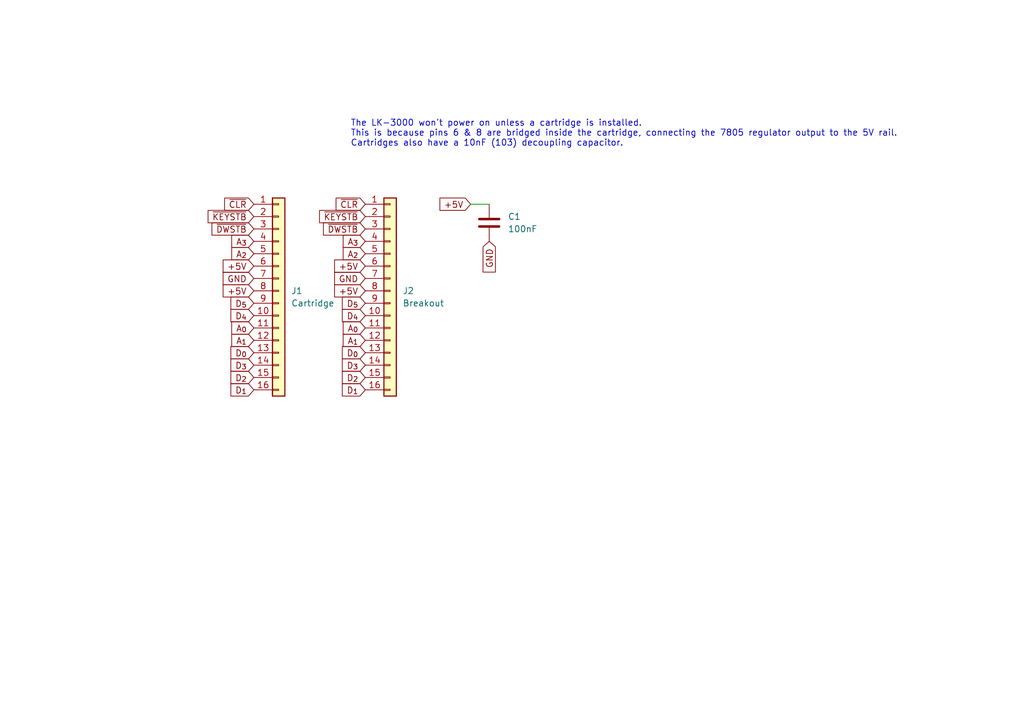
<source format=kicad_sch>
(kicad_sch (version 20250114) (generator "eeschema") (generator_version "9.0")
  (paper "A5")
  (title_block (title "Nixdorf LK-3000 Breakout Cartridge") (date "22/Sep/2025") (rev "A") (company "Brett Hallen") (comment 1 "www.youtube.com/@Brfff"))
  (lib_symbols
    (symbol "Connector_Generic:Conn_01x16" (pin_names (offset 1.016) (hide yes))
      (property "Reference" "J" (at 0 20.32 0))
      (property "Value" "Conn_01x16" (at 0 -22.86 0))
      (symbol "Conn_01x16_1_1"
        (rectangle (start -1.27 19.05) (end 1.27 -21.59) (stroke (width 0.254)) (fill (type background)))
        (rectangle (start -1.27 17.907) (end 0 17.653) (stroke (width 0.1524)))
        (rectangle (start -1.27 15.367) (end 0 15.113) (stroke (width 0.1524)))
        (rectangle (start -1.27 12.827) (end 0 12.573) (stroke (width 0.1524)))
        (rectangle (start -1.27 10.287) (end 0 10.033) (stroke (width 0.1524)))
        (rectangle (start -1.27 7.747) (end 0 7.493) (stroke (width 0.1524)))
        (rectangle (start -1.27 5.207) (end 0 4.953) (stroke (width 0.1524)))
        (rectangle (start -1.27 2.667) (end 0 2.413) (stroke (width 0.1524)))
        (rectangle (start -1.27 0.127) (end 0 -0.127) (stroke (width 0.1524)))
        (rectangle (start -1.27 -2.413) (end 0 -2.667) (stroke (width 0.1524)))
        (rectangle (start -1.27 -4.953) (end 0 -5.207) (stroke (width 0.1524)))
        (rectangle (start -1.27 -7.493) (end 0 -7.747) (stroke (width 0.1524)))
        (rectangle (start -1.27 -10.033) (end 0 -10.287) (stroke (width 0.1524)))
        (rectangle (start -1.27 -12.573) (end 0 -12.827) (stroke (width 0.1524)))
        (rectangle (start -1.27 -15.113) (end 0 -15.367) (stroke (width 0.1524)))
        (rectangle (start -1.27 -17.653) (end 0 -17.907) (stroke (width 0.1524)))
        (rectangle (start -1.27 -20.193) (end 0 -20.447) (stroke (width 0.1524)))
        (pin passive line (at -5.08 17.78 0) (length 3.81) (name "Pin_1") (number "1"))
        (pin passive line (at -5.08 15.24 0) (length 3.81) (name "Pin_2") (number "2"))
        (pin passive line (at -5.08 12.7 0) (length 3.81) (name "Pin_3") (number "3"))
        (pin passive line (at -5.08 10.16 0) (length 3.81) (name "Pin_4") (number "4"))
        (pin passive line (at -5.08 7.62 0) (length 3.81) (name "Pin_5") (number "5"))
        (pin passive line (at -5.08 5.08 0) (length 3.81) (name "Pin_6") (number "6"))
        (pin passive line (at -5.08 2.54 0) (length 3.81) (name "Pin_7") (number "7"))
        (pin passive line (at -5.08 0 0) (length 3.81) (name "Pin_8") (number "8"))
        (pin passive line (at -5.08 -2.54 0) (length 3.81) (name "Pin_9") (number "9"))
        (pin passive line (at -5.08 -5.08 0) (length 3.81) (name "Pin_10") (number "10"))
        (pin passive line (at -5.08 -7.62 0) (length 3.81) (name "Pin_11") (number "11"))
        (pin passive line (at -5.08 -10.16 0) (length 3.81) (name "Pin_12") (number "12"))
        (pin passive line (at -5.08 -12.7 0) (length 3.81) (name "Pin_13") (number "13"))
        (pin passive line (at -5.08 -15.24 0) (length 3.81) (name "Pin_14") (number "14"))
        (pin passive line (at -5.08 -17.78 0) (length 3.81) (name "Pin_15") (number "15"))
        (pin passive line (at -5.08 -20.32 0) (length 3.81) (name "Pin_16") (number "16"))
      )
    )
    (symbol "Device:C" (pin_numbers (hide yes)) (pin_names (offset 0.254))
      (property "Reference" "C" (at 0.635 2.54 0))
      (property "Value" "C" (at 0.635 -2.54 0))
      (symbol "C_0_1"
        (polyline (pts (xy -2.032 0.762) (xy 2.032 0.762)) (stroke (width 0.508)))
        (polyline (pts (xy -2.032 -0.762) (xy 2.032 -0.762)) (stroke (width 0.508)))
      )
      (symbol "C_1_1"
        (pin passive line (at 0 3.81 270) (length 2.794) (name "~") (number "1"))
        (pin passive line (at 0 -3.81 90) (length 2.794) (name "~") (number "2"))
      )
    )
  )
  (text "The LK-3000 won't power on unless a cartridge is installed.\nThis is because pins 6 & 8 are bridged inside the cartridge, connecting the 7805 regulator output to the 5V rail.\nCartridges also have a 10nF (103) decoupling capacitor." (at 71.882 27.432 0) (effects (font (size 1.27 1.27)) (justify left)))
  (wire (pts (xy 96.52 41.91) (xy 100.33 41.91)))
  (global_label "D_{3}" (shape input) (at 52.07 74.93 180) (property "Intersheetrefs" "${INTERSHEET_REFS}" (effects (hide yes))))
  (global_label "+5V" (shape input) (at 52.07 59.69 180) (property "Intersheetrefs" "${INTERSHEET_REFS}" (effects (hide yes))))
  (global_label "D_{2}" (shape input) (at 74.93 77.47 180) (property "Intersheetrefs" "${INTERSHEET_REFS}" (effects (hide yes))))
  (global_label "GND" (shape input) (at 100.33 49.53 270) (property "Intersheetrefs" "${INTERSHEET_REFS}" (effects (hide yes))))
  (global_label "A_{1}" (shape input) (at 74.93 69.85 180) (property "Intersheetrefs" "${INTERSHEET_REFS}" (effects (hide yes))))
  (global_label "D_{4}" (shape input) (at 74.93 64.77 180) (property "Intersheetrefs" "${INTERSHEET_REFS}" (effects (hide yes))))
  (global_label "D_{0}" (shape input) (at 52.07 72.39 180) (property "Intersheetrefs" "${INTERSHEET_REFS}" (effects (hide yes))))
  (global_label "A_{3}" (shape input) (at 52.07 49.53 180) (property "Intersheetrefs" "${INTERSHEET_REFS}" (effects (hide yes))))
  (global_label "A_{2}" (shape input) (at 52.07 52.07 180) (property "Intersheetrefs" "${INTERSHEET_REFS}" (effects (hide yes))))
  (global_label "A_{0}" (shape input) (at 74.93 67.31 180) (property "Intersheetrefs" "${INTERSHEET_REFS}" (effects (hide yes))))
  (global_label "D_{2}" (shape input) (at 52.07 77.47 180) (property "Intersheetrefs" "${INTERSHEET_REFS}" (effects (hide yes))))
  (global_label "D_{5}" (shape input) (at 52.07 62.23 180) (property "Intersheetrefs" "${INTERSHEET_REFS}" (effects (hide yes))))
  (global_label "+5V" (shape input) (at 74.93 54.61 180) (property "Intersheetrefs" "${INTERSHEET_REFS}" (effects (hide yes))))
  (global_label "~{CLR}" (shape input) (at 74.93 41.91 180) (property "Intersheetrefs" "${INTERSHEET_REFS}" (effects (hide yes))))
  (global_label "A_{1}" (shape input) (at 52.07 69.85 180) (property "Intersheetrefs" "${INTERSHEET_REFS}" (effects (hide yes))))
  (global_label "~{DWSTB}" (shape input) (at 52.07 46.99 180) (property "Intersheetrefs" "${INTERSHEET_REFS}" (effects (hide yes))))
  (global_label "GND" (shape input) (at 52.07 57.15 180) (property "Intersheetrefs" "${INTERSHEET_REFS}" (effects (hide yes))))
  (global_label "A_{0}" (shape input) (at 52.07 67.31 180) (property "Intersheetrefs" "${INTERSHEET_REFS}" (effects (hide yes))))
  (global_label "GND" (shape input) (at 74.93 57.15 180) (property "Intersheetrefs" "${INTERSHEET_REFS}" (effects (hide yes))))
  (global_label "~{CLR}" (shape input) (at 52.07 41.91 180) (property "Intersheetrefs" "${INTERSHEET_REFS}" (effects (hide yes))))
  (global_label "~{KEYSTB}" (shape input) (at 52.07 44.45 180) (property "Intersheetrefs" "${INTERSHEET_REFS}" (effects (hide yes))))
  (global_label "+5V" (shape input) (at 52.07 54.61 180) (property "Intersheetrefs" "${INTERSHEET_REFS}" (effects (hide yes))))
  (global_label "D_{1}" (shape input) (at 74.93 80.01 180) (property "Intersheetrefs" "${INTERSHEET_REFS}" (effects (hide yes))))
  (global_label "D_{0}" (shape input) (at 74.93 72.39 180) (property "Intersheetrefs" "${INTERSHEET_REFS}" (effects (hide yes))))
  (global_label "~{KEYSTB}" (shape input) (at 74.93 44.45 180) (property "Intersheetrefs" "${INTERSHEET_REFS}" (effects (hide yes))))
  (global_label "~{DWSTB}" (shape input) (at 74.93 46.99 180) (property "Intersheetrefs" "${INTERSHEET_REFS}" (effects (hide yes))))
  (global_label "D_{1}" (shape input) (at 52.07 80.01 180) (property "Intersheetrefs" "${INTERSHEET_REFS}" (effects (hide yes))))
  (global_label "D_{5}" (shape input) (at 74.93 62.23 180) (property "Intersheetrefs" "${INTERSHEET_REFS}" (effects (hide yes))))
  (global_label "+5V" (shape input) (at 96.52 41.91 180) (property "Intersheetrefs" "${INTERSHEET_REFS}" (effects (hide yes))))
  (global_label "+5V" (shape input) (at 74.93 59.69 180) (property "Intersheetrefs" "${INTERSHEET_REFS}" (effects (hide yes))))
  (global_label "D_{4}" (shape input) (at 52.07 64.77 180) (property "Intersheetrefs" "${INTERSHEET_REFS}" (effects (hide yes))))
  (global_label "D_{3}" (shape input) (at 74.93 74.93 180) (property "Intersheetrefs" "${INTERSHEET_REFS}" (effects (hide yes))))
  (global_label "A_{3}" (shape input) (at 74.93 49.53 180) (property "Intersheetrefs" "${INTERSHEET_REFS}" (effects (hide yes))))
  (global_label "A_{2}" (shape input) (at 74.93 52.07 180) (property "Intersheetrefs" "${INTERSHEET_REFS}" (effects (hide yes))))
  (symbol (lib_id "Device:C") (at 100.33 45.72 0) (unit 1)
    (property "Reference" "C1" (at 104.14 44.4499 0) (effects (justify left)))
    (property "Value" "100nF" (at 104.14 46.9899 0) (effects (justify left)))
    (property "Footprint" "Capacitor_THT:C_Disc_D3.0mm_W2.0mm_P2.50mm" (effects (hide yes)))
    (property "Description" "Unpolarized capacitor" (effects (hide yes)))
  )
  (symbol (lib_id "Connector_Generic:Conn_01x16") (at 57.15 59.69 0) (unit 1)
    (property "Reference" "J1" (at 59.69 59.6899 0) (effects (justify left)))
    (property "Value" "Cartridge" (at 59.69 62.2299 0) (effects (justify left)))
    (property "Footprint" "Clueless_Engineer:LK-3000_Cartridge" (effects (hide yes)))
    (property "Description" "Generic connector, single row, 01x16, script generated (kicad-library-utils/schlib/autogen/connector/)" (effects (hide yes)))
  )
  (symbol (lib_id "Connector_Generic:Conn_01x16") (at 80.01 59.69 0) (unit 1)
    (property "Reference" "J2" (at 82.55 59.6899 0) (effects (justify left)))
    (property "Value" "Breakout" (at 82.55 62.2299 0) (effects (justify left)))
    (property "Footprint" "Connector_PinHeader_2.54mm:PinHeader_1x16_P2.54mm_Horizontal" (effects (hide yes)))
    (property "Description" "Generic connector, single row, 01x16, script generated (kicad-library-utils/schlib/autogen/connector/)" (effects (hide yes)))
  )
)
</source>
